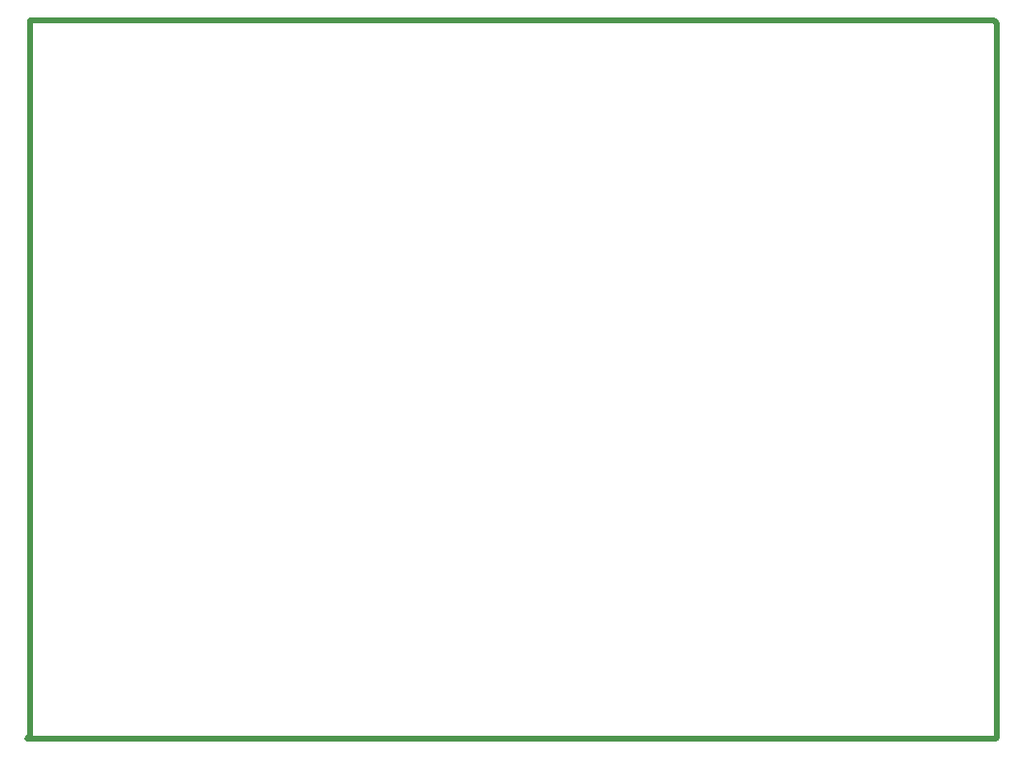
<source format=gko>
G04*
G04 #@! TF.GenerationSoftware,Altium Limited,Altium Designer,21.3.2 (30)*
G04*
G04 Layer_Color=16711935*
%FSTAX24Y24*%
%MOIN*%
G70*
G04*
G04 #@! TF.SameCoordinates,FD8D8422-8178-4DE3-8D18-A0C0927E7843*
G04*
G04*
G04 #@! TF.FilePolarity,Positive*
G04*
G01*
G75*
%ADD62C,0.0200*%
D62*
X02785Y0192D02*
Y0438D01*
X02775Y0191D02*
X02785Y0192D01*
X02775Y0191D02*
X061D01*
X06105Y01915D01*
Y0437D01*
X06095Y0438D02*
X06105Y0437D01*
X02785Y0438D02*
X06095D01*
M02*

</source>
